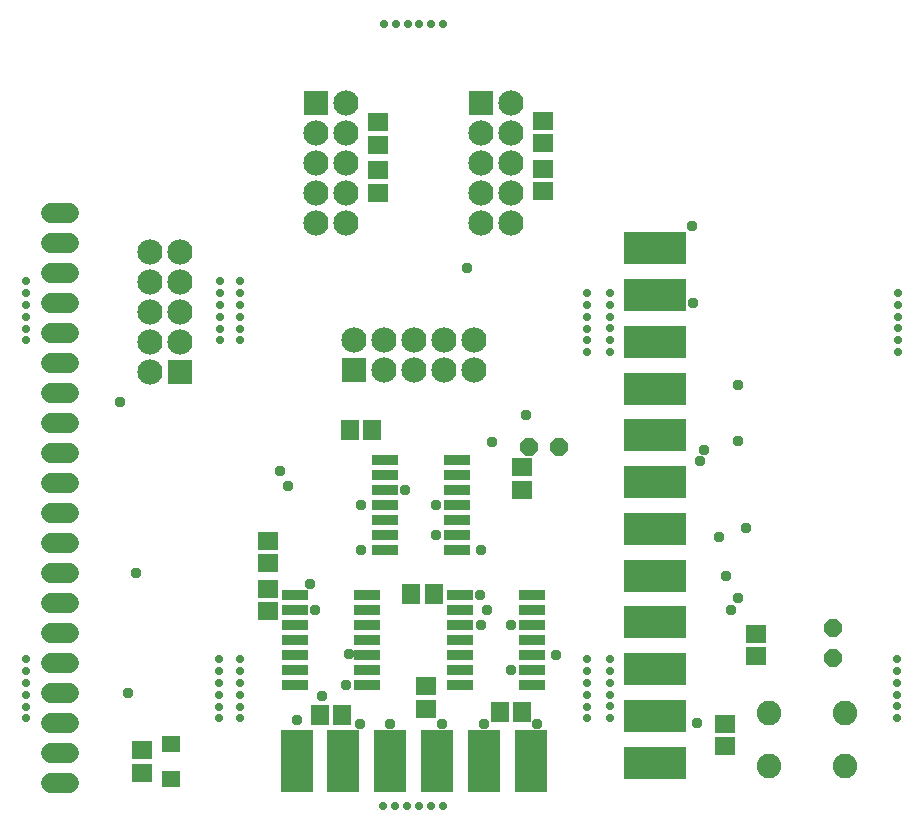
<source format=gbs>
G04 EAGLE Gerber RS-274X export*
G75*
%MOMM*%
%FSLAX34Y34*%
%LPD*%
%INBottom Solder Mask*%
%IPPOS*%
%AMOC8*
5,1,8,0,0,1.08239X$1,22.5*%
G01*
%ADD10C,0.703200*%
%ADD11C,1.727200*%
%ADD12R,2.133600X2.133600*%
%ADD13C,2.133600*%
%ADD14R,1.603200X1.403200*%
%ADD15R,1.703200X1.503200*%
%ADD16R,5.283200X2.743200*%
%ADD17C,2.082800*%
%ADD18P,1.649562X8X112.500000*%
%ADD19R,1.503200X1.703200*%
%ADD20R,2.743200X5.283200*%
%ADD21R,2.235200X0.863600*%
%ADD22P,1.649562X8X202.500000*%
%ADD23C,0.959600*%


D10*
X48000Y475000D03*
X48000Y485000D03*
X48000Y465000D03*
X48000Y455000D03*
X48000Y495000D03*
X48000Y445000D03*
X212000Y475000D03*
X212000Y485000D03*
X212000Y465000D03*
X212000Y455000D03*
X212000Y495000D03*
X212000Y445000D03*
X229000Y475000D03*
X229000Y485000D03*
X229000Y465000D03*
X229000Y455000D03*
X229000Y495000D03*
X229000Y445000D03*
X523000Y465000D03*
X523000Y475000D03*
X523000Y455000D03*
X523000Y445000D03*
X523000Y485000D03*
X523000Y435000D03*
X785200Y145100D03*
X785200Y135100D03*
X785200Y155100D03*
X785200Y165100D03*
X785200Y125100D03*
X785200Y175100D03*
X542200Y145100D03*
X542200Y135100D03*
X542200Y155100D03*
X542200Y165100D03*
X542200Y125100D03*
X542200Y175100D03*
X542200Y455100D03*
X542200Y445100D03*
X542200Y465100D03*
X542200Y475100D03*
X542200Y435100D03*
X542200Y485100D03*
X48000Y155000D03*
X48000Y165000D03*
X48000Y145000D03*
X48000Y135000D03*
X48000Y175000D03*
X48000Y125000D03*
X211000Y155000D03*
X211000Y165000D03*
X211000Y145000D03*
X211000Y135000D03*
X211000Y175000D03*
X211000Y125000D03*
X229000Y155000D03*
X229000Y165000D03*
X229000Y145000D03*
X229000Y135000D03*
X229000Y175000D03*
X229000Y125000D03*
X523000Y155000D03*
X523000Y165000D03*
X523000Y145000D03*
X523000Y135000D03*
X523000Y175000D03*
X523000Y125000D03*
X786200Y455100D03*
X786200Y445100D03*
X786200Y465100D03*
X786200Y475100D03*
X786200Y435100D03*
X786200Y485100D03*
X371000Y713000D03*
X361000Y713000D03*
X381000Y713000D03*
X391000Y713000D03*
X351000Y713000D03*
X401000Y713000D03*
X370500Y50700D03*
X360500Y50700D03*
X380500Y50700D03*
X390500Y50700D03*
X350500Y50700D03*
X400500Y50700D03*
D11*
X84020Y70520D02*
X68780Y70520D01*
X68780Y95920D02*
X84020Y95920D01*
X84020Y121320D02*
X68780Y121320D01*
X68780Y146720D02*
X84020Y146720D01*
X84020Y172120D02*
X68780Y172120D01*
X68780Y197520D02*
X84020Y197520D01*
X84020Y222920D02*
X68780Y222920D01*
X68780Y248320D02*
X84020Y248320D01*
X84020Y273720D02*
X68780Y273720D01*
X68780Y299120D02*
X84020Y299120D01*
X84020Y324520D02*
X68780Y324520D01*
X68780Y349920D02*
X84020Y349920D01*
X84020Y375320D02*
X68780Y375320D01*
X68780Y400720D02*
X84020Y400720D01*
X84020Y426120D02*
X68780Y426120D01*
X68780Y451520D02*
X84020Y451520D01*
X84020Y476920D02*
X68780Y476920D01*
X68780Y502320D02*
X84020Y502320D01*
X84020Y527720D02*
X68780Y527720D01*
X68780Y553120D02*
X84020Y553120D01*
D12*
X178000Y418500D03*
D13*
X152600Y418500D03*
X178000Y443900D03*
X152600Y443900D03*
X178000Y469300D03*
X152600Y469300D03*
X178000Y494700D03*
X152600Y494700D03*
X178000Y520100D03*
X152600Y520100D03*
D14*
X170380Y103300D03*
X170380Y73300D03*
D15*
X146250Y78800D03*
X146250Y97800D03*
X639320Y120390D03*
X639320Y101390D03*
D16*
X580260Y523000D03*
X580260Y483400D03*
X580260Y443800D03*
X580260Y404200D03*
X580260Y364600D03*
X580260Y325000D03*
X580260Y285400D03*
X580260Y245800D03*
X580260Y206200D03*
X580260Y166600D03*
X580260Y127000D03*
X580260Y87400D03*
D17*
X741682Y84474D03*
X676658Y84474D03*
X741682Y129686D03*
X676658Y129686D03*
D15*
X665990Y177590D03*
X665990Y196590D03*
D18*
X730760Y175660D03*
X730760Y201060D03*
D19*
X341100Y368800D03*
X322100Y368800D03*
X393170Y230370D03*
X374170Y230370D03*
D15*
X252860Y256430D03*
X252860Y275430D03*
D20*
X277050Y88760D03*
X316650Y88760D03*
X356250Y88760D03*
X395850Y88760D03*
X435450Y88760D03*
X475050Y88760D03*
D21*
X413134Y343400D03*
X351666Y343400D03*
X413134Y330700D03*
X413134Y318000D03*
X351666Y330700D03*
X351666Y318000D03*
X413134Y305300D03*
X351666Y305300D03*
X413134Y292600D03*
X413134Y279900D03*
X351666Y292600D03*
X351666Y279900D03*
X413134Y267200D03*
X351666Y267200D03*
X476634Y229100D03*
X415166Y229100D03*
X476634Y216400D03*
X476634Y203700D03*
X415166Y216400D03*
X415166Y203700D03*
X476634Y191000D03*
X415166Y191000D03*
X476634Y178300D03*
X476634Y165600D03*
X415166Y178300D03*
X415166Y165600D03*
X476634Y152900D03*
X415166Y152900D03*
X336934Y229100D03*
X275466Y229100D03*
X336934Y216400D03*
X336934Y203700D03*
X275466Y216400D03*
X275466Y203700D03*
X336934Y191000D03*
X275466Y191000D03*
X336934Y178300D03*
X336934Y165600D03*
X275466Y178300D03*
X275466Y165600D03*
X336934Y152900D03*
X275466Y152900D03*
D12*
X293500Y645660D03*
D13*
X318900Y645660D03*
X293500Y620260D03*
X318900Y620260D03*
X293500Y594860D03*
X318900Y594860D03*
X293500Y569460D03*
X318900Y569460D03*
X293500Y544060D03*
X318900Y544060D03*
D12*
X433200Y645660D03*
D13*
X458600Y645660D03*
X433200Y620260D03*
X458600Y620260D03*
X433200Y594860D03*
X458600Y594860D03*
X433200Y569460D03*
X458600Y569460D03*
X433200Y544060D03*
X458600Y544060D03*
D12*
X325250Y419600D03*
D13*
X325250Y445000D03*
X350650Y419600D03*
X350650Y445000D03*
X376050Y419600D03*
X376050Y445000D03*
X401450Y419600D03*
X401450Y445000D03*
X426850Y419600D03*
X426850Y445000D03*
D15*
X345570Y570120D03*
X345570Y589120D03*
X345570Y629760D03*
X345570Y610760D03*
D19*
X296700Y127500D03*
X315700Y127500D03*
D15*
X386210Y152240D03*
X386210Y133240D03*
X485270Y571390D03*
X485270Y590390D03*
X485270Y631030D03*
X485270Y612030D03*
X252860Y215790D03*
X252860Y234790D03*
D19*
X468100Y130040D03*
X449100Y130040D03*
D15*
X467490Y318660D03*
X467490Y337660D03*
D22*
X499240Y354830D03*
X473840Y354830D03*
D23*
X134580Y146720D03*
X141170Y248320D03*
X127200Y393100D03*
X611380Y541420D03*
X634240Y278530D03*
X640590Y245510D03*
X612650Y476650D03*
X621540Y352190D03*
X644400Y216300D03*
X618519Y342819D03*
X650750Y226460D03*
X650750Y359810D03*
X657316Y286150D03*
X650750Y406800D03*
X616200Y120650D03*
X480190Y119880D03*
X318900Y152900D03*
X298580Y144010D03*
X496700Y178300D03*
X269370Y321810D03*
X262992Y334510D03*
X433200Y267200D03*
X331600Y267200D03*
X331600Y305300D03*
X395100Y305300D03*
X442372Y358640D03*
X421262Y505960D03*
X471300Y381500D03*
X330330Y119880D03*
X437998Y216400D03*
X395100Y279900D03*
X368430Y318000D03*
X355730Y119880D03*
X277050Y123750D03*
X400180Y120540D03*
X458600Y203700D03*
X433200Y203700D03*
X321440Y179570D03*
X292230Y216400D03*
X458600Y165600D03*
X435740Y119880D03*
X431930Y229100D03*
X287981Y238821D03*
M02*

</source>
